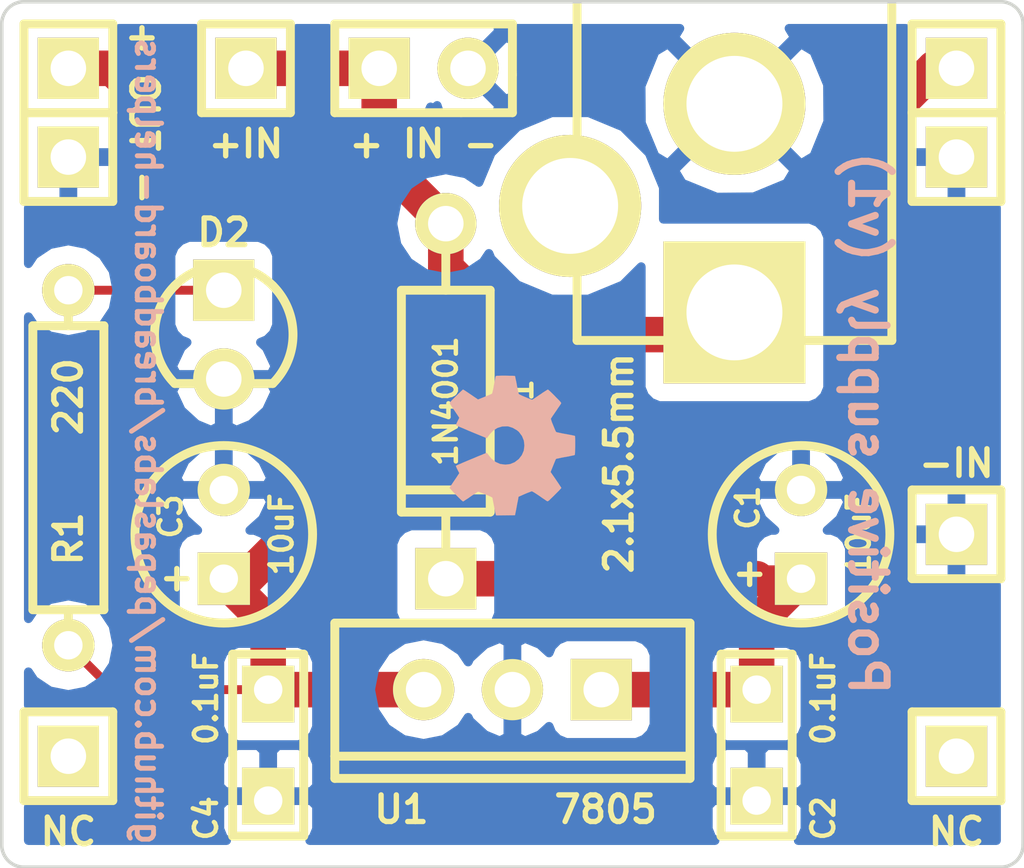
<source format=kicad_pcb>
(kicad_pcb (version 3) (host pcbnew "(22-Jun-2014 BZR 4027)-stable")

  (general
    (links 22)
    (no_connects 0)
    (area 235.800903 98.315779 275.812551 128.3462)
    (thickness 1.6)
    (drawings 16)
    (tracks 36)
    (zones 0)
    (modules 19)
    (nets 6)
  )

  (page A3)
  (layers
    (15 F.Cu signal hide)
    (0 B.Cu signal hide)
    (16 B.Adhes user)
    (17 F.Adhes user)
    (18 B.Paste user)
    (19 F.Paste user)
    (20 B.SilkS user)
    (21 F.SilkS user)
    (22 B.Mask user)
    (23 F.Mask user)
    (24 Dwgs.User user)
    (25 Cmts.User user)
    (26 Eco1.User user)
    (27 Eco2.User user)
    (28 Edge.Cuts user)
  )

  (setup
    (last_trace_width 0.254)
    (user_trace_width 0.508)
    (user_trace_width 0.762)
    (user_trace_width 1.016)
    (user_trace_width 1.27)
    (trace_clearance 0.254)
    (zone_clearance 0.508)
    (zone_45_only no)
    (trace_min 0.254)
    (segment_width 0.2)
    (edge_width 0.1)
    (via_size 0.889)
    (via_drill 0.635)
    (via_min_size 0.889)
    (via_min_drill 0.508)
    (uvia_size 0.508)
    (uvia_drill 0.127)
    (uvias_allowed no)
    (uvia_min_size 0.508)
    (uvia_min_drill 0.127)
    (pcb_text_width 0.3)
    (pcb_text_size 1.5 1.5)
    (mod_edge_width 0.15)
    (mod_text_size 1 1)
    (mod_text_width 0.15)
    (pad_size 1.5 1.5)
    (pad_drill 0.6)
    (pad_to_mask_clearance 0)
    (aux_axis_origin 0 0)
    (visible_elements FFFFFFBF)
    (pcbplotparams
      (layerselection 284196865)
      (usegerberextensions true)
      (excludeedgelayer true)
      (linewidth 0.150000)
      (plotframeref false)
      (viasonmask false)
      (mode 1)
      (useauxorigin false)
      (hpglpennumber 1)
      (hpglpenspeed 20)
      (hpglpendiameter 15)
      (hpglpenoverlay 2)
      (psnegative false)
      (psa4output false)
      (plotreference true)
      (plotvalue true)
      (plotothertext true)
      (plotinvisibletext false)
      (padsonsilk false)
      (subtractmaskfromsilk false)
      (outputformat 1)
      (mirror false)
      (drillshape 0)
      (scaleselection 1)
      (outputdirectory gerbers))
  )

  (net 0 "")
  (net 1 GND)
  (net 2 N-000002)
  (net 3 N-000003)
  (net 4 N-000006)
  (net 5 N-000008)

  (net_class Default "This is the default net class."
    (clearance 0.254)
    (trace_width 0.254)
    (via_dia 0.889)
    (via_drill 0.635)
    (uvia_dia 0.508)
    (uvia_drill 0.127)
    (add_net "")
    (add_net GND)
    (add_net N-000002)
    (add_net N-000003)
    (add_net N-000006)
    (add_net N-000008)
  )

  (module TO-220_V_069A (layer F.Cu) (tedit 59627E4D) (tstamp 5962732B)
    (at 260.35 123.19 180)
    (descr "TO-220, vertical, 0.04\" holes, 0.069\" pads")
    (tags "TR TO220")
    (path /59626D5F)
    (fp_text reference U1 (at 5.715 -3.429 180) (layer F.SilkS)
      (effects (font (size 0.762 0.762) (thickness 0.1524)))
    )
    (fp_text value 7805 (at -0.127 -3.429 180) (layer F.SilkS)
      (effects (font (size 0.762 0.762) (thickness 0.1524)))
    )
    (fp_line (start -2.54 -1.905) (end -2.54 -2.54) (layer F.SilkS) (width 0.254))
    (fp_line (start -2.54 -2.54) (end 7.62 -2.54) (layer F.SilkS) (width 0.254))
    (fp_line (start 7.62 -2.54) (end 7.62 -1.905) (layer F.SilkS) (width 0.254))
    (fp_line (start -2.54 1.905) (end -2.54 -1.905) (layer F.SilkS) (width 0.254))
    (fp_line (start -2.54 -1.905) (end 7.62 -1.905) (layer F.SilkS) (width 0.254))
    (fp_line (start 7.62 -1.905) (end 7.62 1.905) (layer F.SilkS) (width 0.254))
    (fp_line (start 7.62 1.905) (end -2.54 1.905) (layer F.SilkS) (width 0.254))
    (pad 1 thru_hole rect (at 0 0 270) (size 1.7526 1.7526) (drill 1.016)
      (layers *.Cu *.Mask F.SilkS)
      (net 5 N-000008)
    )
    (pad 2 thru_hole oval (at 2.54 0 270) (size 1.7526 1.7526) (drill 1.016)
      (layers *.Cu *.Mask F.SilkS)
      (net 1 GND)
    )
    (pad 3 thru_hole oval (at 5.08 0 270) (size 1.7526 1.7526) (drill 1.016)
      (layers *.Cu *.Mask F.SilkS)
      (net 3 N-000003)
    )
  )

  (module SIL-2 (layer F.Cu) (tedit 5920FFF1) (tstamp 59627335)
    (at 254 105.41)
    (descr "Connecteurs 1 pin")
    (tags "CONN DEV")
    (path /59626D8C)
    (fp_text reference P1 (at 1.27 2.54) (layer F.SilkS) hide
      (effects (font (size 0.762 0.762) (thickness 0.1524)))
    )
    (fp_text value CONN_2X1 (at 1.27 -2.54) (layer F.SilkS) hide
      (effects (font (size 0.762 0.762) (thickness 0.1524)))
    )
    (fp_line (start -1.27 -1.27) (end 3.81 -1.27) (layer F.SilkS) (width 0.254))
    (fp_line (start 3.81 -1.27) (end 3.81 1.27) (layer F.SilkS) (width 0.254))
    (fp_line (start 3.81 1.27) (end -1.27 1.27) (layer F.SilkS) (width 0.254))
    (fp_line (start -1.27 1.27) (end -1.27 -1.27) (layer F.SilkS) (width 0.254))
    (pad 1 thru_hole rect (at 0 0) (size 1.7526 1.7526) (drill 1.016)
      (layers *.Cu *.Mask F.SilkS)
      (net 4 N-000006)
    )
    (pad 2 thru_hole circle (at 2.54 0) (size 1.7526 1.7526) (drill 1.016)
      (layers *.Cu *.Mask F.SilkS)
      (net 1 GND)
    )
  )

  (module SIL-1 (layer F.Cu) (tedit 5920FF53) (tstamp 5962733E)
    (at 250.19 105.41)
    (descr "Connecteurs 1 pin")
    (tags "CONN DEV")
    (path /59626F39)
    (fp_text reference P2 (at 0 2.54) (layer F.SilkS) hide
      (effects (font (size 0.762 0.762) (thickness 0.1524)))
    )
    (fp_text value CONN_1X1 (at 0 -2.54) (layer F.SilkS) hide
      (effects (font (size 0.762 0.762) (thickness 0.1524)))
    )
    (fp_line (start -1.27 1.27) (end 1.27 1.27) (layer F.SilkS) (width 0.254))
    (fp_line (start -1.27 -1.27) (end 1.27 -1.27) (layer F.SilkS) (width 0.254))
    (fp_line (start -1.27 1.27) (end -1.27 -1.27) (layer F.SilkS) (width 0.254))
    (fp_line (start 1.27 -1.27) (end 1.27 1.27) (layer F.SilkS) (width 0.254))
    (pad 1 thru_hole rect (at 0 0) (size 1.7526 1.7526) (drill 1.016)
      (layers *.Cu *.Mask F.SilkS)
      (net 4 N-000006)
    )
  )

  (module SIL-1 (layer F.Cu) (tedit 5920FF53) (tstamp 59627347)
    (at 270.51 118.745)
    (descr "Connecteurs 1 pin")
    (tags "CONN DEV")
    (path /59626F48)
    (fp_text reference P3 (at 0 2.54) (layer F.SilkS) hide
      (effects (font (size 0.762 0.762) (thickness 0.1524)))
    )
    (fp_text value CONN_1X1 (at 0 -2.54) (layer F.SilkS) hide
      (effects (font (size 0.762 0.762) (thickness 0.1524)))
    )
    (fp_line (start -1.27 1.27) (end 1.27 1.27) (layer F.SilkS) (width 0.254))
    (fp_line (start -1.27 -1.27) (end 1.27 -1.27) (layer F.SilkS) (width 0.254))
    (fp_line (start -1.27 1.27) (end -1.27 -1.27) (layer F.SilkS) (width 0.254))
    (fp_line (start 1.27 -1.27) (end 1.27 1.27) (layer F.SilkS) (width 0.254))
    (pad 1 thru_hole rect (at 0 0) (size 1.7526 1.7526) (drill 1.016)
      (layers *.Cu *.Mask F.SilkS)
      (net 1 GND)
    )
  )

  (module SIL-1 (layer F.Cu) (tedit 5920FF53) (tstamp 59627350)
    (at 245.11 105.41)
    (descr "Connecteurs 1 pin")
    (tags "CONN DEV")
    (path /596271AF)
    (fp_text reference P4 (at 0 2.54) (layer F.SilkS) hide
      (effects (font (size 0.762 0.762) (thickness 0.1524)))
    )
    (fp_text value CONN_1X1 (at 0 -2.54) (layer F.SilkS) hide
      (effects (font (size 0.762 0.762) (thickness 0.1524)))
    )
    (fp_line (start -1.27 1.27) (end 1.27 1.27) (layer F.SilkS) (width 0.254))
    (fp_line (start -1.27 -1.27) (end 1.27 -1.27) (layer F.SilkS) (width 0.254))
    (fp_line (start -1.27 1.27) (end -1.27 -1.27) (layer F.SilkS) (width 0.254))
    (fp_line (start 1.27 -1.27) (end 1.27 1.27) (layer F.SilkS) (width 0.254))
    (pad 1 thru_hole rect (at 0 0) (size 1.7526 1.7526) (drill 1.016)
      (layers *.Cu *.Mask F.SilkS)
      (net 3 N-000003)
    )
  )

  (module SIL-1 (layer F.Cu) (tedit 5920FF53) (tstamp 59627359)
    (at 245.11 107.95)
    (descr "Connecteurs 1 pin")
    (tags "CONN DEV")
    (path /596271B5)
    (fp_text reference P5 (at 0 2.54) (layer F.SilkS) hide
      (effects (font (size 0.762 0.762) (thickness 0.1524)))
    )
    (fp_text value CONN_1X1 (at 0 -2.54) (layer F.SilkS) hide
      (effects (font (size 0.762 0.762) (thickness 0.1524)))
    )
    (fp_line (start -1.27 1.27) (end 1.27 1.27) (layer F.SilkS) (width 0.254))
    (fp_line (start -1.27 -1.27) (end 1.27 -1.27) (layer F.SilkS) (width 0.254))
    (fp_line (start -1.27 1.27) (end -1.27 -1.27) (layer F.SilkS) (width 0.254))
    (fp_line (start 1.27 -1.27) (end 1.27 1.27) (layer F.SilkS) (width 0.254))
    (pad 1 thru_hole rect (at 0 0) (size 1.7526 1.7526) (drill 1.016)
      (layers *.Cu *.Mask F.SilkS)
      (net 1 GND)
    )
  )

  (module SIL-1 (layer F.Cu) (tedit 5920FF53) (tstamp 59627362)
    (at 245.11 125.095)
    (descr "Connecteurs 1 pin")
    (tags "CONN DEV")
    (path /59627215)
    (fp_text reference P6 (at 0 2.54) (layer F.SilkS) hide
      (effects (font (size 0.762 0.762) (thickness 0.1524)))
    )
    (fp_text value CONN_1X1 (at 0 -2.54) (layer F.SilkS) hide
      (effects (font (size 0.762 0.762) (thickness 0.1524)))
    )
    (fp_line (start -1.27 1.27) (end 1.27 1.27) (layer F.SilkS) (width 0.254))
    (fp_line (start -1.27 -1.27) (end 1.27 -1.27) (layer F.SilkS) (width 0.254))
    (fp_line (start -1.27 1.27) (end -1.27 -1.27) (layer F.SilkS) (width 0.254))
    (fp_line (start 1.27 -1.27) (end 1.27 1.27) (layer F.SilkS) (width 0.254))
    (pad 1 thru_hole rect (at 0 0) (size 1.7526 1.7526) (drill 1.016)
      (layers *.Cu *.Mask F.SilkS)
    )
  )

  (module SIL-1 (layer F.Cu) (tedit 5920FF53) (tstamp 5962736B)
    (at 270.51 125.095)
    (descr "Connecteurs 1 pin")
    (tags "CONN DEV")
    (path /5962721B)
    (fp_text reference P7 (at 0 2.54) (layer F.SilkS) hide
      (effects (font (size 0.762 0.762) (thickness 0.1524)))
    )
    (fp_text value CONN_1X1 (at 0 -2.54) (layer F.SilkS) hide
      (effects (font (size 0.762 0.762) (thickness 0.1524)))
    )
    (fp_line (start -1.27 1.27) (end 1.27 1.27) (layer F.SilkS) (width 0.254))
    (fp_line (start -1.27 -1.27) (end 1.27 -1.27) (layer F.SilkS) (width 0.254))
    (fp_line (start -1.27 1.27) (end -1.27 -1.27) (layer F.SilkS) (width 0.254))
    (fp_line (start 1.27 -1.27) (end 1.27 1.27) (layer F.SilkS) (width 0.254))
    (pad 1 thru_hole rect (at 0 0) (size 1.7526 1.7526) (drill 1.016)
      (layers *.Cu *.Mask F.SilkS)
    )
  )

  (module R_AXIAL_0W25_059A_PL (layer F.Cu) (tedit 53A245D9) (tstamp 59627378)
    (at 245.11 121.92 90)
    (descr "Resistor Axial 1/4W 0.4\"")
    (tags R)
    (path /5962713E)
    (autoplace_cost180 10)
    (fp_text reference R1 (at 3.048 0 90) (layer F.SilkS)
      (effects (font (size 0.762 0.762) (thickness 0.1524)))
    )
    (fp_text value 220 (at 7.112 0 90) (layer F.SilkS)
      (effects (font (size 0.762 0.762) (thickness 0.1524)))
    )
    (fp_line (start 0 0) (end 1.016 0) (layer F.SilkS) (width 0.254))
    (fp_line (start 1.016 0) (end 1.016 -1.016) (layer F.SilkS) (width 0.254))
    (fp_line (start 1.016 -1.016) (end 9.144 -1.016) (layer F.SilkS) (width 0.254))
    (fp_line (start 9.144 -1.016) (end 9.144 1.016) (layer F.SilkS) (width 0.254))
    (fp_line (start 9.144 1.016) (end 1.016 1.016) (layer F.SilkS) (width 0.254))
    (fp_line (start 1.016 1.016) (end 1.016 0) (layer F.SilkS) (width 0.254))
    (fp_line (start 10.16 0) (end 9.144 0) (layer F.SilkS) (width 0.254))
    (pad 1 thru_hole oval (at 0 0 90) (size 1.4986 1.4986) (drill 0.8128)
      (layers *.Cu *.Mask F.SilkS)
      (net 3 N-000003)
    )
    (pad 2 thru_hole oval (at 10.16 0 90) (size 1.4986 1.4986) (drill 0.8128)
      (layers *.Cu *.Mask F.SilkS)
      (net 2 N-000002)
    )
    (model discret/resistor.wrl
      (at (xyz 0 0 0))
      (scale (xyz 0.4 0.4 0.4))
      (rotate (xyz 0 0 0))
    )
  )

  (module LED_3MM_069A (layer F.Cu) (tedit 59627EA9) (tstamp 5962739A)
    (at 249.555 111.76 270)
    (descr "3MM LED")
    (tags "LED DEV")
    (path /5962712F)
    (fp_text reference D2 (at -1.651 0 360) (layer F.SilkS)
      (effects (font (size 0.762 0.762) (thickness 0.1524)))
    )
    (fp_text value LED (at 1.27 2.794 270) (layer F.SilkS) hide
      (effects (font (size 0.762 0.762) (thickness 0.1524)))
    )
    (fp_line (start 2.67 -1.4) (end 2.67 1.4) (layer F.SilkS) (width 0.254))
    (fp_arc (start 1.27 0) (end 2.67 1.4) (angle 90) (layer F.SilkS) (width 0.254))
    (fp_arc (start 1.27 0) (end -0.13 1.4) (angle 90) (layer F.SilkS) (width 0.254))
    (fp_arc (start 1.27 0) (end -0.13 -1.4) (angle 90) (layer F.SilkS) (width 0.254))
    (pad 1 thru_hole rect (at 0 0 270) (size 1.7526 1.7526) (drill 1.016)
      (layers *.Cu *.Mask F.SilkS)
      (net 2 N-000002)
    )
    (pad 2 thru_hole oval (at 2.54 0 270) (size 1.7526 1.7526) (drill 1.016)
      (layers *.Cu *.Mask F.SilkS)
      (net 1 GND)
    )
    (model discret/led5_vertical.wrl
      (at (xyz 0 0 0))
      (scale (xyz 1 1 1))
      (rotate (xyz 0 0 0))
    )
  )

  (module DIODE_1A_069A_PL (layer F.Cu) (tedit 59627EA1) (tstamp 596273A7)
    (at 255.905 114.935 270)
    (descr "1 Amp diode, 0.4\"")
    (tags "DIODE DEV")
    (path /59626DA5)
    (fp_text reference D1 (at 0 -2.159 270) (layer F.SilkS)
      (effects (font (size 0.635 0.635) (thickness 0.127)))
    )
    (fp_text value 1N4001 (at 0 0 270) (layer F.SilkS)
      (effects (font (size 0.635 0.635) (thickness 0.127)))
    )
    (fp_line (start -5.08 0) (end -3.175 0) (layer F.SilkS) (width 0.254))
    (fp_line (start 3.175 0) (end 5.08 0) (layer F.SilkS) (width 0.254))
    (fp_line (start 2.54 -1.27) (end 2.54 1.27) (layer F.SilkS) (width 0.254))
    (fp_line (start -3.175 1.27) (end 3.175 1.27) (layer F.SilkS) (width 0.254))
    (fp_line (start -3.175 -1.27) (end -3.175 1.27) (layer F.SilkS) (width 0.254))
    (fp_line (start 3.175 -1.27) (end 3.175 1.27) (layer F.SilkS) (width 0.254))
    (fp_line (start -3.175 -1.27) (end 3.175 -1.27) (layer F.SilkS) (width 0.254))
    (pad 2 thru_hole rect (at 5.08 0 270) (size 1.7526 1.7526) (drill 1.016)
      (layers *.Cu *.Mask F.SilkS)
      (net 5 N-000008)
    )
    (pad 1 thru_hole oval (at -5.08 0 270) (size 1.7526 1.7526) (drill 1.016)
      (layers *.Cu *.Mask F.SilkS)
      (net 4 N-000006)
    )
    (model discret/diode.wrl
      (at (xyz 0 0 0))
      (scale (xyz 0.3 0.3 0.3))
      (rotate (xyz 0 0 0))
    )
  )

  (module CERCAP_15_059B_0805 (layer F.Cu) (tedit 59627E5E) (tstamp 596273B1)
    (at 264.795 123.19 270)
    (descr "Capacitor, 0.2\" pin spacing")
    (tags C)
    (path /5962705D)
    (fp_text reference C2 (at 3.683 -1.905 270) (layer F.SilkS)
      (effects (font (size 0.635 0.635) (thickness 0.127)))
    )
    (fp_text value 0.1uF (at 0.254 -1.905 270) (layer F.SilkS)
      (effects (font (size 0.635 0.635) (thickness 0.127)))
    )
    (fp_line (start -1.016 1.016) (end 4.191 1.016) (layer F.SilkS) (width 0.254))
    (fp_line (start -1.016 -1.016) (end 4.191 -1.016) (layer F.SilkS) (width 0.254))
    (fp_line (start 4.191 -1.016) (end 4.191 1.016) (layer F.SilkS) (width 0.254))
    (fp_line (start -1.016 1.016) (end -1.016 -1.016) (layer F.SilkS) (width 0.254))
    (pad 1 thru_hole rect (at 0 0 270) (size 1.6256 1.4986) (drill 0.8128 (offset 0.127 0))
      (layers *.Cu *.Mask F.SilkS)
      (net 5 N-000008)
    )
    (pad 2 thru_hole rect (at 3.175 0 270) (size 1.6256 1.4986) (drill 0.8128 (offset -0.127 0))
      (layers *.Cu *.Mask F.SilkS)
      (net 1 GND)
    )
    (model discret/capa_2pas_5x5mm.wrl
      (at (xyz 0 0 0))
      (scale (xyz 1 1 1))
      (rotate (xyz 0 0 0))
    )
  )

  (module CERCAP_15_059B_0805 (layer F.Cu) (tedit 59627E58) (tstamp 596273BB)
    (at 250.825 123.19 270)
    (descr "Capacitor, 0.2\" pin spacing")
    (tags C)
    (path /596270A5)
    (fp_text reference C4 (at 3.683 1.778 270) (layer F.SilkS)
      (effects (font (size 0.635 0.635) (thickness 0.127)))
    )
    (fp_text value 0.1uF (at 0.254 1.778 270) (layer F.SilkS)
      (effects (font (size 0.635 0.635) (thickness 0.127)))
    )
    (fp_line (start -1.016 1.016) (end 4.191 1.016) (layer F.SilkS) (width 0.254))
    (fp_line (start -1.016 -1.016) (end 4.191 -1.016) (layer F.SilkS) (width 0.254))
    (fp_line (start 4.191 -1.016) (end 4.191 1.016) (layer F.SilkS) (width 0.254))
    (fp_line (start -1.016 1.016) (end -1.016 -1.016) (layer F.SilkS) (width 0.254))
    (pad 1 thru_hole rect (at 0 0 270) (size 1.6256 1.4986) (drill 0.8128 (offset 0.127 0))
      (layers *.Cu *.Mask F.SilkS)
      (net 3 N-000003)
    )
    (pad 2 thru_hole rect (at 3.175 0 270) (size 1.6256 1.4986) (drill 0.8128 (offset -0.127 0))
      (layers *.Cu *.Mask F.SilkS)
      (net 1 GND)
    )
    (model discret/capa_2pas_5x5mm.wrl
      (at (xyz 0 0 0))
      (scale (xyz 1 1 1))
      (rotate (xyz 0 0 0))
    )
  )

  (module BARREL_JACK_21x55 (layer F.Cu) (tedit 59628F28) (tstamp 596273C8)
    (at 264.16 112.395 270)
    (descr "DC Barrel Jack, 2.1x5.5mm")
    (tags "Power Jack")
    (path /59626D7D)
    (fp_text reference CON1 (at -12.7 2.54 360) (layer F.SilkS)
      (effects (font (size 0.762 0.762) (thickness 0.1524)))
    )
    (fp_text value BARREL_JACK (at -4.75 -3.5 270) (layer F.SilkS) hide
      (effects (font (size 1.016 1.016) (thickness 0.2032)))
    )
    (fp_text user 2.1x5.5mm (at 4.318 3.302 270) (layer F.SilkS)
      (effects (font (size 0.762 0.762) (thickness 0.1524)))
    )
    (fp_line (start -10.1981 -4.50088) (end -10.1981 4.50088) (layer F.SilkS) (width 0.254))
    (fp_line (start -13.69822 -4.50088) (end -13.69822 4.50088) (layer F.SilkS) (width 0.254))
    (fp_line (start -13.69822 4.50088) (end 0.80264 4.50088) (layer F.SilkS) (width 0.254))
    (fp_line (start 0.80264 4.50088) (end 0.80264 -4.50088) (layer F.SilkS) (width 0.254))
    (fp_line (start 0.80264 -4.50088) (end -13.69822 -4.50088) (layer F.SilkS) (width 0.254))
    (pad 1 thru_hole rect (at 0 0 270) (size 4.064 4.064) (drill 2.7432)
      (layers *.Cu *.Mask F.SilkS)
      (net 4 N-000006)
    )
    (pad 2 thru_hole circle (at -5.969 0 270) (size 4.064 4.064) (drill 2.7432)
      (layers *.Cu *.Mask F.SilkS)
      (net 1 GND)
    )
    (pad 3 thru_hole circle (at -3.048 4.699 270) (size 4.064 4.064) (drill 2.7432)
      (layers *.Cu *.Mask F.SilkS)
    )
  )

  (module SIL-1 (layer F.Cu) (tedit 5920FF53) (tstamp 596275D5)
    (at 270.51 105.41)
    (descr "Connecteurs 1 pin")
    (tags "CONN DEV")
    (path /59627594)
    (fp_text reference P8 (at 0 2.54) (layer F.SilkS) hide
      (effects (font (size 0.762 0.762) (thickness 0.1524)))
    )
    (fp_text value CONN_1X1 (at 0 -2.54) (layer F.SilkS) hide
      (effects (font (size 0.762 0.762) (thickness 0.1524)))
    )
    (fp_line (start -1.27 1.27) (end 1.27 1.27) (layer F.SilkS) (width 0.254))
    (fp_line (start -1.27 -1.27) (end 1.27 -1.27) (layer F.SilkS) (width 0.254))
    (fp_line (start -1.27 1.27) (end -1.27 -1.27) (layer F.SilkS) (width 0.254))
    (fp_line (start 1.27 -1.27) (end 1.27 1.27) (layer F.SilkS) (width 0.254))
    (pad 1 thru_hole rect (at 0 0) (size 1.7526 1.7526) (drill 1.016)
      (layers *.Cu *.Mask F.SilkS)
      (net 3 N-000003)
    )
  )

  (module SIL-1 (layer F.Cu) (tedit 5920FF53) (tstamp 596275DE)
    (at 270.51 107.95)
    (descr "Connecteurs 1 pin")
    (tags "CONN DEV")
    (path /596275BE)
    (fp_text reference P9 (at 0 2.54) (layer F.SilkS) hide
      (effects (font (size 0.762 0.762) (thickness 0.1524)))
    )
    (fp_text value CONN_1X1 (at 0 -2.54) (layer F.SilkS) hide
      (effects (font (size 0.762 0.762) (thickness 0.1524)))
    )
    (fp_line (start -1.27 1.27) (end 1.27 1.27) (layer F.SilkS) (width 0.254))
    (fp_line (start -1.27 -1.27) (end 1.27 -1.27) (layer F.SilkS) (width 0.254))
    (fp_line (start -1.27 1.27) (end -1.27 -1.27) (layer F.SilkS) (width 0.254))
    (fp_line (start 1.27 -1.27) (end 1.27 1.27) (layer F.SilkS) (width 0.254))
    (pad 1 thru_hole rect (at 0 0) (size 1.7526 1.7526) (drill 1.016)
      (layers *.Cu *.Mask F.SilkS)
      (net 1 GND)
    )
  )

  (module ELCAP_10_20_V_059A (layer F.Cu) (tedit 59627E6B) (tstamp 59627788)
    (at 266.065 120.015 90)
    (descr "Electrolytic Capacitor, vertical, 0.1\" pins, 0.2\" body")
    (tags CP)
    (path /59626F73)
    (fp_text reference C1 (at 2.032 -1.524 90) (layer F.SilkS)
      (effects (font (size 0.635 0.635) (thickness 0.127)))
    )
    (fp_text value 10uF (at 1.27 1.651 90) (layer F.SilkS)
      (effects (font (size 0.635 0.635) (thickness 0.127)))
    )
    (fp_text user + (at 0.127 -1.524 90) (layer F.SilkS)
      (effects (font (size 0.762 0.762) (thickness 0.1524)))
    )
    (fp_circle (center 1.27 0) (end 3.81 0) (layer F.SilkS) (width 0.254))
    (pad 1 thru_hole rect (at 0 0 90) (size 1.4986 1.4986) (drill 0.8128)
      (layers *.Cu *.Mask F.SilkS)
      (net 5 N-000008)
    )
    (pad 2 thru_hole oval (at 2.54 0 90) (size 1.4986 1.4986) (drill 0.8128)
      (layers *.Cu *.Mask F.SilkS)
      (net 1 GND)
    )
    (model discret/c_vert_c2v10.wrl
      (at (xyz 0 0 0))
      (scale (xyz 1 1 1))
      (rotate (xyz 0 0 0))
    )
  )

  (module ELCAP_10_20_V_059A (layer F.Cu) (tedit 59627E45) (tstamp 59627790)
    (at 249.555 120.015 90)
    (descr "Electrolytic Capacitor, vertical, 0.1\" pins, 0.2\" body")
    (tags CP)
    (path /5962709F)
    (fp_text reference C3 (at 1.778 -1.524 90) (layer F.SilkS)
      (effects (font (size 0.635 0.635) (thickness 0.127)))
    )
    (fp_text value 10uF (at 1.27 1.651 90) (layer F.SilkS)
      (effects (font (size 0.635 0.635) (thickness 0.127)))
    )
    (fp_text user + (at 0 -1.397 90) (layer F.SilkS)
      (effects (font (size 0.762 0.762) (thickness 0.1524)))
    )
    (fp_circle (center 1.27 0) (end 3.81 0) (layer F.SilkS) (width 0.254))
    (pad 1 thru_hole rect (at 0 0 90) (size 1.4986 1.4986) (drill 0.8128)
      (layers *.Cu *.Mask F.SilkS)
      (net 3 N-000003)
    )
    (pad 2 thru_hole oval (at 2.54 0 90) (size 1.4986 1.4986) (drill 0.8128)
      (layers *.Cu *.Mask F.SilkS)
      (net 1 GND)
    )
    (model discret/c_vert_c2v10.wrl
      (at (xyz 0 0 0))
      (scale (xyz 1 1 1))
      (rotate (xyz 0 0 0))
    )
  )

  (module OSHW-logo_silkscreen-back_4mm (layer F.Cu) (tedit 0) (tstamp 596286ED)
    (at 257.81 116.205 270)
    (fp_text reference G*** (at 0 2.1209 270) (layer B.SilkS) hide
      (effects (font (size 0.18034 0.18034) (thickness 0.03556)))
    )
    (fp_text value OSHW-logo_silkscreen-back_4mm (at 0 -2.1209 270) (layer B.SilkS) hide
      (effects (font (size 0.18034 0.18034) (thickness 0.03556)))
    )
    (fp_poly (pts (xy 1.21158 1.79578) (xy 1.19126 1.78562) (xy 1.143 1.75514) (xy 1.07696 1.71196)
      (xy 0.99822 1.65862) (xy 0.91948 1.60528) (xy 0.85344 1.5621) (xy 0.80772 1.53162)
      (xy 0.78994 1.52146) (xy 0.77978 1.524) (xy 0.74168 1.54432) (xy 0.6858 1.57226)
      (xy 0.65532 1.5875) (xy 0.60452 1.61036) (xy 0.57912 1.61544) (xy 0.57658 1.60782)
      (xy 0.55626 1.56972) (xy 0.52832 1.50368) (xy 0.49022 1.41732) (xy 0.44704 1.31572)
      (xy 0.40132 1.2065) (xy 0.3556 1.09474) (xy 0.30988 0.98806) (xy 0.27178 0.89154)
      (xy 0.23876 0.81534) (xy 0.21844 0.75946) (xy 0.21082 0.7366) (xy 0.21336 0.73152)
      (xy 0.23876 0.70866) (xy 0.28194 0.67564) (xy 0.37846 0.5969) (xy 0.4699 0.48006)
      (xy 0.52832 0.34798) (xy 0.5461 0.20066) (xy 0.53086 0.06604) (xy 0.47752 -0.0635)
      (xy 0.38608 -0.18288) (xy 0.27432 -0.26924) (xy 0.14478 -0.32512) (xy 0 -0.3429)
      (xy -0.1397 -0.32766) (xy -0.27178 -0.27432) (xy -0.39116 -0.18542) (xy -0.43942 -0.127)
      (xy -0.508 -0.00762) (xy -0.54864 0.11938) (xy -0.55118 0.14986) (xy -0.5461 0.2921)
      (xy -0.50546 0.42672) (xy -0.4318 0.5461) (xy -0.32766 0.64516) (xy -0.31496 0.65532)
      (xy -0.2667 0.69088) (xy -0.23622 0.71374) (xy -0.21082 0.73406) (xy -0.38862 1.16586)
      (xy -0.41656 1.23444) (xy -0.46736 1.35128) (xy -0.51054 1.45288) (xy -0.54356 1.53416)
      (xy -0.56896 1.5875) (xy -0.57912 1.61036) (xy -0.57912 1.61036) (xy -0.59436 1.6129)
      (xy -0.62738 1.6002) (xy -0.68834 1.57226) (xy -0.72898 1.55194) (xy -0.7747 1.52908)
      (xy -0.79502 1.52146) (xy -0.8128 1.53162) (xy -0.85598 1.55956) (xy -0.91948 1.60274)
      (xy -0.99568 1.65354) (xy -1.06934 1.70434) (xy -1.13792 1.75006) (xy -1.18618 1.78054)
      (xy -1.21158 1.79324) (xy -1.21412 1.79324) (xy -1.23444 1.78054) (xy -1.27508 1.75006)
      (xy -1.3335 1.69418) (xy -1.41478 1.6129) (xy -1.42748 1.6002) (xy -1.49606 1.52908)
      (xy -1.55194 1.47066) (xy -1.59004 1.43002) (xy -1.60274 1.41224) (xy -1.60274 1.41224)
      (xy -1.59004 1.38684) (xy -1.55956 1.33858) (xy -1.51384 1.27) (xy -1.4605 1.19126)
      (xy -1.31826 0.98298) (xy -1.397 0.7874) (xy -1.41986 0.72898) (xy -1.45034 0.65532)
      (xy -1.4732 0.60452) (xy -1.4859 0.58166) (xy -1.50622 0.57404) (xy -1.55956 0.56134)
      (xy -1.6383 0.54356) (xy -1.72974 0.52832) (xy -1.81864 0.51054) (xy -1.89738 0.4953)
      (xy -1.9558 0.48514) (xy -1.9812 0.48006) (xy -1.98628 0.47498) (xy -1.99136 0.46228)
      (xy -1.99644 0.43688) (xy -1.99644 0.38862) (xy -1.99898 0.31242) (xy -1.99898 0.20066)
      (xy -1.99898 0.1905) (xy -1.99644 0.08382) (xy -1.99644 0) (xy -1.9939 -0.05334)
      (xy -1.98882 -0.07366) (xy -1.98882 -0.07366) (xy -1.96342 -0.08128) (xy -1.90754 -0.09144)
      (xy -1.8288 -0.10922) (xy -1.73228 -0.127) (xy -1.7272 -0.127) (xy -1.63322 -0.14478)
      (xy -1.55448 -0.16256) (xy -1.4986 -0.17526) (xy -1.47574 -0.18288) (xy -1.47066 -0.18796)
      (xy -1.45034 -0.22606) (xy -1.4224 -0.28448) (xy -1.39192 -0.3556) (xy -1.36144 -0.42926)
      (xy -1.3335 -0.49784) (xy -1.31572 -0.5461) (xy -1.31064 -0.56896) (xy -1.31064 -0.56896)
      (xy -1.32588 -0.59182) (xy -1.3589 -0.64262) (xy -1.40462 -0.70866) (xy -1.4605 -0.78994)
      (xy -1.46304 -0.79756) (xy -1.51892 -0.8763) (xy -1.5621 -0.94488) (xy -1.59258 -0.99314)
      (xy -1.60274 -1.01346) (xy -1.60274 -1.016) (xy -1.58496 -1.03886) (xy -1.54432 -1.08458)
      (xy -1.4859 -1.14554) (xy -1.41478 -1.21666) (xy -1.39192 -1.23698) (xy -1.31572 -1.31318)
      (xy -1.26238 -1.36398) (xy -1.22682 -1.38938) (xy -1.21158 -1.397) (xy -1.21158 -1.39446)
      (xy -1.18618 -1.38176) (xy -1.13538 -1.34874) (xy -1.0668 -1.30048) (xy -0.98552 -1.24714)
      (xy -0.98044 -1.24206) (xy -0.9017 -1.18872) (xy -0.83566 -1.143) (xy -0.7874 -1.11252)
      (xy -0.76708 -1.09982) (xy -0.762 -1.09982) (xy -0.73152 -1.10998) (xy -0.6731 -1.12776)
      (xy -0.60452 -1.1557) (xy -0.53086 -1.18618) (xy -0.46228 -1.21412) (xy -0.41148 -1.23698)
      (xy -0.38862 -1.24968) (xy -0.38862 -1.25222) (xy -0.37846 -1.28016) (xy -0.36576 -1.34112)
      (xy -0.34798 -1.4224) (xy -0.3302 -1.52146) (xy -0.32766 -1.5367) (xy -0.30988 -1.63068)
      (xy -0.29464 -1.70942) (xy -0.28194 -1.7653) (xy -0.27686 -1.78816) (xy -0.26416 -1.7907)
      (xy -0.2159 -1.79324) (xy -0.14478 -1.79578) (xy -0.05842 -1.79578) (xy 0.03048 -1.79578)
      (xy 0.11684 -1.79324) (xy 0.19304 -1.7907) (xy 0.24638 -1.78816) (xy 0.26924 -1.78308)
      (xy 0.27178 -1.78054) (xy 0.2794 -1.7526) (xy 0.2921 -1.69164) (xy 0.30988 -1.61036)
      (xy 0.32766 -1.5113) (xy 0.3302 -1.49352) (xy 0.34798 -1.39954) (xy 0.36576 -1.3208)
      (xy 0.37592 -1.26746) (xy 0.38354 -1.24714) (xy 0.39116 -1.24206) (xy 0.42926 -1.22428)
      (xy 0.49276 -1.19888) (xy 0.57404 -1.16586) (xy 0.75692 -1.0922) (xy 0.98044 -1.24714)
      (xy 1.00076 -1.25984) (xy 1.08204 -1.31572) (xy 1.14808 -1.3589) (xy 1.1938 -1.38938)
      (xy 1.21412 -1.39954) (xy 1.21412 -1.39954) (xy 1.23698 -1.37922) (xy 1.2827 -1.33858)
      (xy 1.34366 -1.27762) (xy 1.41224 -1.20904) (xy 1.46558 -1.1557) (xy 1.52654 -1.0922)
      (xy 1.56718 -1.05156) (xy 1.5875 -1.02362) (xy 1.59512 -1.00584) (xy 1.59258 -0.99568)
      (xy 1.57988 -0.97282) (xy 1.54686 -0.92456) (xy 1.50114 -0.85598) (xy 1.44526 -0.77724)
      (xy 1.39954 -0.70866) (xy 1.35128 -0.635) (xy 1.3208 -0.58166) (xy 1.3081 -0.55372)
      (xy 1.31064 -0.54356) (xy 1.32842 -0.50038) (xy 1.35382 -0.4318) (xy 1.38684 -0.35306)
      (xy 1.46558 -0.17526) (xy 1.58242 -0.15494) (xy 1.65354 -0.1397) (xy 1.7526 -0.12192)
      (xy 1.84658 -0.10414) (xy 1.9939 -0.07366) (xy 1.99898 0.46482) (xy 1.97612 0.47498)
      (xy 1.95326 0.4826) (xy 1.89992 0.49276) (xy 1.82118 0.508) (xy 1.72974 0.52578)
      (xy 1.651 0.54102) (xy 1.57226 0.55626) (xy 1.51638 0.56642) (xy 1.49098 0.5715)
      (xy 1.48336 0.58166) (xy 1.46304 0.61976) (xy 1.4351 0.68072) (xy 1.40462 0.75438)
      (xy 1.37414 0.82804) (xy 1.3462 0.89916) (xy 1.32588 0.9525) (xy 1.31826 0.98044)
      (xy 1.32842 1.00076) (xy 1.3589 1.04648) (xy 1.40208 1.11252) (xy 1.45542 1.19126)
      (xy 1.5113 1.27) (xy 1.55448 1.33858) (xy 1.5875 1.38684) (xy 1.6002 1.40716)
      (xy 1.59258 1.4224) (xy 1.5621 1.4605) (xy 1.50368 1.52146) (xy 1.41478 1.61036)
      (xy 1.39954 1.62306) (xy 1.33096 1.69164) (xy 1.27 1.74498) (xy 1.22936 1.78308)
      (xy 1.21158 1.79578)) (layer B.SilkS) (width 0.00254))
  )

  (gr_text "+ OUT -" (at 247.269 106.68 270) (layer F.SilkS)
    (effects (font (size 0.762 0.762) (thickness 0.1524)))
  )
  (gr_text NC (at 245.11 127.254) (layer F.SilkS)
    (effects (font (size 0.762 0.762) (thickness 0.1524)))
  )
  (gr_text NC (at 270.51 127.254) (layer F.SilkS)
    (effects (font (size 0.762 0.762) (thickness 0.1524)))
  )
  (gr_text -IN (at 270.51 116.713) (layer F.SilkS)
    (effects (font (size 0.762 0.762) (thickness 0.1524)))
  )
  (gr_text "+ IN -" (at 255.27 107.569) (layer F.SilkS)
    (effects (font (size 0.762 0.762) (thickness 0.1524)))
  )
  (gr_text +IN (at 250.19 107.569) (layer F.SilkS)
    (effects (font (size 0.762 0.762) (thickness 0.1524)))
  )
  (gr_text "Positive supply (v1)" (at 267.97 115.57 270) (layer B.SilkS)
    (effects (font (size 1.016 1.016) (thickness 0.2032)) (justify mirror))
  )
  (gr_text github.com/pepaslabs/breadboard-helpers (at 247.396 116.078 270) (layer B.SilkS)
    (effects (font (size 0.6985 0.6985) (thickness 0.1397)) (justify mirror))
  )
  (gr_line (start 243.205 127.635) (end 243.205 104.14) (angle 90) (layer Edge.Cuts) (width 0.1))
  (gr_line (start 271.78 128.27) (end 243.84 128.27) (angle 90) (layer Edge.Cuts) (width 0.1))
  (gr_line (start 272.415 104.14) (end 272.415 127.635) (angle 90) (layer Edge.Cuts) (width 0.1))
  (gr_line (start 243.84 103.505) (end 271.78 103.505) (angle 90) (layer Edge.Cuts) (width 0.1))
  (gr_arc (start 271.78 127.635) (end 272.415 127.635) (angle 90) (layer Edge.Cuts) (width 0.1))
  (gr_arc (start 243.84 127.635) (end 243.84 128.27) (angle 90) (layer Edge.Cuts) (width 0.1))
  (gr_arc (start 271.78 104.14) (end 271.78 103.505) (angle 90) (layer Edge.Cuts) (width 0.1))
  (gr_arc (start 243.84 104.14) (end 243.205 104.14) (angle 90) (layer Edge.Cuts) (width 0.1))

  (segment (start 245.11 111.76) (end 249.555 111.76) (width 0.254) (layer F.Cu) (net 2))
  (segment (start 270.51 105.41) (end 269.875 105.41) (width 1.016) (layer F.Cu) (net 3))
  (segment (start 253.365 115.57) (end 252.095 116.84) (width 1.016) (layer F.Cu) (net 3) (tstamp 59628764))
  (segment (start 254 115.57) (end 253.365 115.57) (width 1.016) (layer F.Cu) (net 3) (tstamp 59628763))
  (segment (start 254.635 115.57) (end 254 115.57) (width 1.016) (layer F.Cu) (net 3) (tstamp 59628762))
  (segment (start 267.335 115.57) (end 254.635 115.57) (width 1.016) (layer F.Cu) (net 3) (tstamp 59628761))
  (segment (start 267.97 114.935) (end 267.335 115.57) (width 1.016) (layer F.Cu) (net 3) (tstamp 59628760))
  (segment (start 267.97 107.315) (end 267.97 114.935) (width 1.016) (layer F.Cu) (net 3) (tstamp 5962875F))
  (segment (start 269.875 105.41) (end 267.97 107.315) (width 1.016) (layer F.Cu) (net 3) (tstamp 5962875E))
  (segment (start 245.11 105.41) (end 246.38 105.41) (width 1.016) (layer F.Cu) (net 3))
  (segment (start 250.19 120.015) (end 249.555 120.015) (width 1.016) (layer F.Cu) (net 3) (tstamp 5962875A))
  (segment (start 252.095 118.11) (end 250.19 120.015) (width 1.016) (layer F.Cu) (net 3) (tstamp 59628759))
  (segment (start 252.095 109.855) (end 252.095 116.84) (width 1.016) (layer F.Cu) (net 3) (tstamp 59628758))
  (segment (start 252.095 116.84) (end 252.095 118.11) (width 1.016) (layer F.Cu) (net 3) (tstamp 59628767))
  (segment (start 250.825 108.585) (end 252.095 109.855) (width 1.016) (layer F.Cu) (net 3) (tstamp 59628757))
  (segment (start 248.92 108.585) (end 250.825 108.585) (width 1.016) (layer F.Cu) (net 3) (tstamp 59628756))
  (segment (start 247.65 107.315) (end 248.92 108.585) (width 1.016) (layer F.Cu) (net 3) (tstamp 59628755))
  (segment (start 247.65 106.68) (end 247.65 107.315) (width 1.016) (layer F.Cu) (net 3) (tstamp 59628754))
  (segment (start 246.38 105.41) (end 247.65 106.68) (width 1.016) (layer F.Cu) (net 3) (tstamp 59628753))
  (segment (start 250.825 123.19) (end 250.825 121.285) (width 1.016) (layer F.Cu) (net 3))
  (segment (start 250.825 121.285) (end 249.555 120.015) (width 1.016) (layer F.Cu) (net 3) (tstamp 59628723))
  (segment (start 250.825 123.19) (end 246.38 123.19) (width 0.254) (layer F.Cu) (net 3))
  (segment (start 246.38 123.19) (end 245.11 121.92) (width 0.254) (layer F.Cu) (net 3) (tstamp 59627BFB))
  (segment (start 255.27 123.19) (end 250.825 123.19) (width 1.016) (layer F.Cu) (net 3))
  (segment (start 255.905 109.855) (end 255.905 111.125) (width 1.016) (layer F.Cu) (net 4))
  (segment (start 263.525 113.03) (end 264.16 112.395) (width 0.762) (layer F.Cu) (net 4) (tstamp 59627EFB))
  (segment (start 257.81 113.03) (end 263.525 113.03) (width 1.016) (layer F.Cu) (net 4) (tstamp 59627EF7))
  (segment (start 255.905 111.125) (end 257.81 113.03) (width 1.016) (layer F.Cu) (net 4) (tstamp 59627EF6))
  (segment (start 254 105.41) (end 254 107.95) (width 1.016) (layer F.Cu) (net 4))
  (segment (start 254 107.95) (end 255.905 109.855) (width 1.016) (layer F.Cu) (net 4) (tstamp 59627B28))
  (segment (start 254 105.41) (end 250.19 105.41) (width 1.016) (layer F.Cu) (net 4))
  (segment (start 264.795 123.19) (end 264.795 121.285) (width 1.016) (layer F.Cu) (net 5))
  (segment (start 264.795 121.285) (end 266.065 120.015) (width 1.016) (layer F.Cu) (net 5) (tstamp 5962874E))
  (segment (start 266.065 120.015) (end 264.795 120.015) (width 0.762) (layer F.Cu) (net 5))
  (segment (start 264.795 120.015) (end 255.905 120.015) (width 1.016) (layer F.Cu) (net 5))
  (segment (start 260.35 123.19) (end 264.795 123.19) (width 1.016) (layer F.Cu) (net 5))

  (zone (net 1) (net_name GND) (layer B.Cu) (tstamp 59627D0E) (hatch edge 0.508)
    (connect_pads (clearance 0.508))
    (min_thickness 0.254)
    (fill (arc_segments 16) (thermal_gap 0.508) (thermal_bridge_width 0.508))
    (polygon
      (pts
        (xy 271.78 127.635) (xy 243.84 127.635) (xy 243.84 104.14) (xy 271.78 104.14)
      )
    )
    (filled_polygon
      (pts
        (xy 271.653 127.508) (xy 267.44941 127.508) (xy 267.44941 120.638545) (xy 267.44941 119.139945) (xy 267.352941 118.906471)
        (xy 267.174468 118.727687) (xy 266.941164 118.630811) (xy 266.810457 118.630696) (xy 267.173984 118.303535) (xy 267.406634 117.816077)
        (xy 267.406634 117.133923) (xy 267.173984 116.646465) (xy 266.830877 116.33768) (xy 266.830877 106.936612) (xy 266.822972 105.875644)
        (xy 266.432166 104.932155) (xy 266.05812 104.707485) (xy 264.339605 106.426) (xy 266.05812 108.144515) (xy 266.432166 107.919845)
        (xy 266.830877 106.936612) (xy 266.830877 116.33768) (xy 266.82711 116.33429) (xy 266.82711 114.301245) (xy 266.82711 110.237245)
        (xy 266.730641 110.003771) (xy 266.552168 109.824987) (xy 266.318864 109.728111) (xy 266.066245 109.72789) (xy 265.878515 109.72789)
        (xy 265.878515 108.32412) (xy 264.16 106.605605) (xy 263.980395 106.78521) (xy 263.980395 106.426) (xy 262.26188 104.707485)
        (xy 261.887834 104.932155) (xy 261.489123 105.915388) (xy 261.497028 106.976356) (xy 261.887834 107.919845) (xy 262.26188 108.144515)
        (xy 263.980395 106.426) (xy 263.980395 106.78521) (xy 262.441485 108.32412) (xy 262.666155 108.698166) (xy 263.649388 109.096877)
        (xy 264.710356 109.088972) (xy 265.653845 108.698166) (xy 265.878515 108.32412) (xy 265.878515 109.72789) (xy 262.127667 109.72789)
        (xy 262.128461 108.818828) (xy 261.72329 107.83824) (xy 260.973706 107.087346) (xy 259.993826 106.680465) (xy 258.932828 106.679539)
        (xy 258.062882 107.038993) (xy 258.062882 105.645003) (xy 258.036891 105.044332) (xy 257.857027 104.610104) (xy 257.603001 104.526604)
        (xy 256.719605 105.41) (xy 257.603001 106.293396) (xy 257.857027 106.209896) (xy 258.062882 105.645003) (xy 258.062882 107.038993)
        (xy 257.95224 107.08471) (xy 257.423396 107.612631) (xy 257.201346 107.834294) (xy 256.85205 108.675491) (xy 256.483349 108.429133)
        (xy 255.905 108.314092) (xy 255.326651 108.429133) (xy 254.83635 108.756742) (xy 254.508741 109.247043) (xy 254.3937 109.825392)
        (xy 254.3937 109.884608) (xy 254.508741 110.462957) (xy 254.83635 110.953258) (xy 255.326651 111.280867) (xy 255.905 111.395908)
        (xy 256.483349 111.280867) (xy 256.97365 110.953258) (xy 257.137606 110.707879) (xy 257.19871 110.85576) (xy 257.948294 111.606654)
        (xy 258.928174 112.013535) (xy 259.989172 112.014461) (xy 260.96976 111.60929) (xy 261.49289 111.087072) (xy 261.49289 114.552755)
        (xy 261.589359 114.786229) (xy 261.767832 114.965013) (xy 262.001136 115.061889) (xy 262.253755 115.06211) (xy 266.317755 115.06211)
        (xy 266.551229 114.965641) (xy 266.730013 114.787168) (xy 266.826889 114.553864) (xy 266.82711 114.301245) (xy 266.82711 116.33429)
        (xy 266.772501 116.285144) (xy 266.406075 116.133376) (xy 266.192 116.256049) (xy 266.192 117.348) (xy 267.284722 117.348)
        (xy 267.406634 117.133923) (xy 267.406634 117.816077) (xy 267.284722 117.602) (xy 266.192 117.602) (xy 266.192 117.622)
        (xy 265.938 117.622) (xy 265.938 117.602) (xy 265.938 117.348) (xy 265.938 116.256049) (xy 265.723925 116.133376)
        (xy 265.357499 116.285144) (xy 264.956016 116.646465) (xy 264.723366 117.133923) (xy 264.845278 117.348) (xy 265.938 117.348)
        (xy 265.938 117.602) (xy 264.845278 117.602) (xy 264.723366 117.816077) (xy 264.956016 118.303535) (xy 265.319424 118.63059)
        (xy 265.189945 118.63059) (xy 264.956471 118.727059) (xy 264.777687 118.905532) (xy 264.680811 119.138836) (xy 264.68059 119.391455)
        (xy 264.68059 120.890055) (xy 264.777059 121.123529) (xy 264.955532 121.302313) (xy 265.188836 121.399189) (xy 265.441455 121.39941)
        (xy 266.940055 121.39941) (xy 267.173529 121.302941) (xy 267.352313 121.124468) (xy 267.449189 120.891164) (xy 267.44941 120.638545)
        (xy 267.44941 127.508) (xy 265.98514 127.508) (xy 266.082941 127.410029) (xy 266.17941 127.176555) (xy 266.17941 125.299445)
        (xy 266.17941 124.004045) (xy 266.17941 122.378445) (xy 266.082941 122.144971) (xy 265.904468 121.966187) (xy 265.671164 121.869311)
        (xy 265.418545 121.86909) (xy 263.919945 121.86909) (xy 263.686471 121.965559) (xy 263.507687 122.144032) (xy 263.410811 122.377336)
        (xy 263.41059 122.629955) (xy 263.41059 124.255555) (xy 263.507059 124.489029) (xy 263.685532 124.667813) (xy 263.918836 124.764689)
        (xy 264.171455 124.76491) (xy 265.670055 124.76491) (xy 265.903529 124.668441) (xy 266.082313 124.489968) (xy 266.179189 124.256664)
        (xy 266.17941 124.004045) (xy 266.17941 125.299445) (xy 266.082941 125.065971) (xy 265.904468 124.887187) (xy 265.671164 124.790311)
        (xy 265.418545 124.79009) (xy 265.08075 124.7902) (xy 264.922 124.94895) (xy 264.922 126.111) (xy 266.02055 126.111)
        (xy 266.1793 125.95225) (xy 266.17941 125.299445) (xy 266.17941 127.176555) (xy 266.1793 126.52375) (xy 266.02055 126.365)
        (xy 264.922 126.365) (xy 264.922 126.385) (xy 264.668 126.385) (xy 264.668 126.365) (xy 264.668 126.111)
        (xy 264.668 124.94895) (xy 264.50925 124.7902) (xy 264.171455 124.79009) (xy 263.918836 124.790311) (xy 263.685532 124.887187)
        (xy 263.507059 125.065971) (xy 263.41059 125.299445) (xy 263.4107 125.95225) (xy 263.56945 126.111) (xy 264.668 126.111)
        (xy 264.668 126.365) (xy 263.56945 126.365) (xy 263.4107 126.52375) (xy 263.41059 127.176555) (xy 263.507059 127.410029)
        (xy 263.604859 127.508) (xy 261.86141 127.508) (xy 261.86141 123.940545) (xy 261.86141 122.187945) (xy 261.764941 121.954471)
        (xy 261.586468 121.775687) (xy 261.353164 121.678811) (xy 261.100545 121.67859) (xy 259.347945 121.67859) (xy 259.114471 121.775059)
        (xy 258.935687 121.953532) (xy 258.858264 122.139986) (xy 258.592437 121.897002) (xy 258.17102 121.722454) (xy 257.937 121.843426)
        (xy 257.937 123.063) (xy 257.957 123.063) (xy 257.957 123.317) (xy 257.937 123.317) (xy 257.937 124.536574)
        (xy 258.17102 124.657546) (xy 258.592437 124.482998) (xy 258.858367 124.239919) (xy 258.935059 124.425529) (xy 259.113532 124.604313)
        (xy 259.346836 124.701189) (xy 259.599455 124.70141) (xy 261.352055 124.70141) (xy 261.585529 124.604941) (xy 261.764313 124.426468)
        (xy 261.861189 124.193164) (xy 261.86141 123.940545) (xy 261.86141 127.508) (xy 257.683 127.508) (xy 257.683 124.536574)
        (xy 257.683 123.317) (xy 257.663 123.317) (xy 257.663 123.063) (xy 257.683 123.063) (xy 257.683 121.843426)
        (xy 257.44898 121.722454) (xy 257.41641 121.735944) (xy 257.41641 120.765545) (xy 257.41641 119.012945) (xy 257.319941 118.779471)
        (xy 257.141468 118.600687) (xy 256.908164 118.503811) (xy 256.655545 118.50359) (xy 254.902945 118.50359) (xy 254.669471 118.600059)
        (xy 254.490687 118.778532) (xy 254.393811 119.011836) (xy 254.39359 119.264455) (xy 254.39359 121.017055) (xy 254.490059 121.250529)
        (xy 254.668532 121.429313) (xy 254.901836 121.526189) (xy 255.154455 121.52641) (xy 256.907055 121.52641) (xy 257.140529 121.429941)
        (xy 257.319313 121.251468) (xy 257.416189 121.018164) (xy 257.41641 120.765545) (xy 257.41641 121.735944) (xy 257.027563 121.897002)
        (xy 256.592313 122.294851) (xy 256.54374 122.398681) (xy 256.33865 122.091742) (xy 255.848349 121.764133) (xy 255.27 121.649092)
        (xy 254.691651 121.764133) (xy 254.20135 122.091742) (xy 253.873741 122.582043) (xy 253.7587 123.160392) (xy 253.7587 123.219608)
        (xy 253.873741 123.797957) (xy 254.20135 124.288258) (xy 254.691651 124.615867) (xy 255.27 124.730908) (xy 255.848349 124.615867)
        (xy 256.33865 124.288258) (xy 256.54374 123.981318) (xy 256.592313 124.085149) (xy 257.027563 124.482998) (xy 257.44898 124.657546)
        (xy 257.683 124.536574) (xy 257.683 127.508) (xy 252.01514 127.508) (xy 252.112941 127.410029) (xy 252.20941 127.176555)
        (xy 252.20941 125.299445) (xy 252.20941 124.004045) (xy 252.20941 122.378445) (xy 252.112941 122.144971) (xy 251.934468 121.966187)
        (xy 251.701164 121.869311) (xy 251.448545 121.86909) (xy 251.06641 121.86909) (xy 251.06641 112.510545) (xy 251.06641 110.757945)
        (xy 250.969941 110.524471) (xy 250.791468 110.345687) (xy 250.558164 110.248811) (xy 250.305545 110.24859) (xy 248.552945 110.24859)
        (xy 248.319471 110.345059) (xy 248.140687 110.523532) (xy 248.043811 110.756836) (xy 248.04359 111.009455) (xy 248.04359 112.762055)
        (xy 248.140059 112.995529) (xy 248.318532 113.174313) (xy 248.504873 113.251688) (xy 248.337313 113.404851) (xy 248.087445 113.938979)
        (xy 248.207787 114.173) (xy 249.428 114.173) (xy 249.428 114.153) (xy 249.682 114.153) (xy 249.682 114.173)
        (xy 250.902213 114.173) (xy 251.022555 113.938979) (xy 250.772687 113.404851) (xy 250.605019 113.251591) (xy 250.790529 113.174941)
        (xy 250.969313 112.996468) (xy 251.066189 112.763164) (xy 251.06641 112.510545) (xy 251.06641 121.86909) (xy 251.022555 121.86909)
        (xy 251.022555 114.661021) (xy 250.902213 114.427) (xy 249.682 114.427) (xy 249.682 115.646574) (xy 249.91602 115.767546)
        (xy 250.337437 115.592998) (xy 250.772687 115.195149) (xy 251.022555 114.661021) (xy 251.022555 121.86909) (xy 250.93941 121.86909)
        (xy 250.93941 120.638545) (xy 250.93941 119.139945) (xy 250.842941 118.906471) (xy 250.664468 118.727687) (xy 250.431164 118.630811)
        (xy 250.300457 118.630696) (xy 250.663984 118.303535) (xy 250.896634 117.816077) (xy 250.896634 117.133923) (xy 250.663984 116.646465)
        (xy 250.262501 116.285144) (xy 249.896075 116.133376) (xy 249.682 116.256049) (xy 249.682 117.348) (xy 250.774722 117.348)
        (xy 250.896634 117.133923) (xy 250.896634 117.816077) (xy 250.774722 117.602) (xy 249.682 117.602) (xy 249.682 117.622)
        (xy 249.428 117.622) (xy 249.428 117.602) (xy 249.428 117.348) (xy 249.428 116.256049) (xy 249.428 115.646574)
        (xy 249.428 114.427) (xy 248.207787 114.427) (xy 248.087445 114.661021) (xy 248.337313 115.195149) (xy 248.772563 115.592998)
        (xy 249.19398 115.767546) (xy 249.428 115.646574) (xy 249.428 116.256049) (xy 249.213925 116.133376) (xy 248.847499 116.285144)
        (xy 248.446016 116.646465) (xy 248.213366 117.133923) (xy 248.335278 117.348) (xy 249.428 117.348) (xy 249.428 117.602)
        (xy 248.335278 117.602) (xy 248.213366 117.816077) (xy 248.446016 118.303535) (xy 248.809424 118.63059) (xy 248.679945 118.63059)
        (xy 248.446471 118.727059) (xy 248.267687 118.905532) (xy 248.170811 119.138836) (xy 248.17059 119.391455) (xy 248.17059 120.890055)
        (xy 248.267059 121.123529) (xy 248.445532 121.302313) (xy 248.678836 121.399189) (xy 248.931455 121.39941) (xy 250.430055 121.39941)
        (xy 250.663529 121.302941) (xy 250.842313 121.124468) (xy 250.939189 120.891164) (xy 250.93941 120.638545) (xy 250.93941 121.86909)
        (xy 249.949945 121.86909) (xy 249.716471 121.965559) (xy 249.537687 122.144032) (xy 249.440811 122.377336) (xy 249.44059 122.629955)
        (xy 249.44059 124.255555) (xy 249.537059 124.489029) (xy 249.715532 124.667813) (xy 249.948836 124.764689) (xy 250.201455 124.76491)
        (xy 251.700055 124.76491) (xy 251.933529 124.668441) (xy 252.112313 124.489968) (xy 252.209189 124.256664) (xy 252.20941 124.004045)
        (xy 252.20941 125.299445) (xy 252.112941 125.065971) (xy 251.934468 124.887187) (xy 251.701164 124.790311) (xy 251.448545 124.79009)
        (xy 251.11075 124.7902) (xy 250.952 124.94895) (xy 250.952 126.111) (xy 252.05055 126.111) (xy 252.2093 125.95225)
        (xy 252.20941 125.299445) (xy 252.20941 127.176555) (xy 252.2093 126.52375) (xy 252.05055 126.365) (xy 250.952 126.365)
        (xy 250.952 126.385) (xy 250.698 126.385) (xy 250.698 126.365) (xy 250.698 126.111) (xy 250.698 124.94895)
        (xy 250.53925 124.7902) (xy 250.201455 124.79009) (xy 249.948836 124.790311) (xy 249.715532 124.887187) (xy 249.537059 125.065971)
        (xy 249.44059 125.299445) (xy 249.4407 125.95225) (xy 249.59945 126.111) (xy 250.698 126.111) (xy 250.698 126.365)
        (xy 249.59945 126.365) (xy 249.4407 126.52375) (xy 249.44059 127.176555) (xy 249.537059 127.410029) (xy 249.634859 127.508)
        (xy 243.967 127.508) (xy 243.967 126.548124) (xy 244.106836 126.606189) (xy 244.359455 126.60641) (xy 246.112055 126.60641)
        (xy 246.345529 126.509941) (xy 246.524313 126.331468) (xy 246.621189 126.098164) (xy 246.62141 125.845545) (xy 246.62141 124.092945)
        (xy 246.62141 108.700545) (xy 246.6213 108.23575) (xy 246.46255 108.077) (xy 245.237 108.077) (xy 245.237 109.30255)
        (xy 245.39575 109.4613) (xy 246.112055 109.46141) (xy 246.345529 109.364941) (xy 246.524313 109.186468) (xy 246.621189 108.953164)
        (xy 246.62141 108.700545) (xy 246.62141 124.092945) (xy 246.524941 123.859471) (xy 246.346468 123.680687) (xy 246.113164 123.583811)
        (xy 245.860545 123.58359) (xy 244.107945 123.58359) (xy 243.967 123.641826) (xy 243.967 122.680296) (xy 244.131152 122.925968)
        (xy 244.580251 123.226046) (xy 245.11 123.33142) (xy 245.639749 123.226046) (xy 246.088848 122.925968) (xy 246.388926 122.476869)
        (xy 246.4943 121.94712) (xy 246.4943 121.89288) (xy 246.388926 121.363131) (xy 246.088848 120.914032) (xy 245.639749 120.613954)
        (xy 245.11 120.50858) (xy 244.580251 120.613954) (xy 244.131152 120.914032) (xy 243.967 121.159703) (xy 243.967 112.520296)
        (xy 244.131152 112.765968) (xy 244.580251 113.066046) (xy 245.11 113.17142) (xy 245.639749 113.066046) (xy 246.088848 112.765968)
        (xy 246.388926 112.316869) (xy 246.4943 111.78712) (xy 246.4943 111.73288) (xy 246.388926 111.203131) (xy 246.088848 110.754032)
        (xy 245.639749 110.453954) (xy 245.11 110.34858) (xy 244.580251 110.453954) (xy 244.131152 110.754032) (xy 243.967 110.999703)
        (xy 243.967 109.403173) (xy 244.107945 109.46141) (xy 244.82425 109.4613) (xy 244.983 109.30255) (xy 244.983 108.077)
        (xy 244.963 108.077) (xy 244.963 107.823) (xy 244.983 107.823) (xy 244.983 107.803) (xy 245.237 107.803)
        (xy 245.237 107.823) (xy 246.46255 107.823) (xy 246.6213 107.66425) (xy 246.62141 107.199455) (xy 246.621189 106.946836)
        (xy 246.524313 106.713532) (xy 246.490722 106.68) (xy 246.524313 106.646468) (xy 246.621189 106.413164) (xy 246.62141 106.160545)
        (xy 246.62141 104.407945) (xy 246.563173 104.267) (xy 248.736875 104.267) (xy 248.678811 104.406836) (xy 248.67859 104.659455)
        (xy 248.67859 106.412055) (xy 248.775059 106.645529) (xy 248.953532 106.824313) (xy 249.186836 106.921189) (xy 249.439455 106.92141)
        (xy 251.192055 106.92141) (xy 251.425529 106.824941) (xy 251.604313 106.646468) (xy 251.701189 106.413164) (xy 251.70141 106.160545)
        (xy 251.70141 104.407945) (xy 251.643173 104.267) (xy 252.546875 104.267) (xy 252.488811 104.406836) (xy 252.48859 104.659455)
        (xy 252.48859 106.412055) (xy 252.585059 106.645529) (xy 252.763532 106.824313) (xy 252.996836 106.921189) (xy 253.249455 106.92141)
        (xy 255.002055 106.92141) (xy 255.235529 106.824941) (xy 255.414313 106.646468) (xy 255.469033 106.514687) (xy 255.541977 106.587631)
        (xy 255.656604 106.473003) (xy 255.740104 106.727027) (xy 256.304997 106.932882) (xy 256.905668 106.906891) (xy 257.339896 106.727027)
        (xy 257.423396 106.473001) (xy 256.54 105.589605) (xy 256.525857 105.603747) (xy 256.346252 105.424142) (xy 256.360395 105.41)
        (xy 256.346252 105.395857) (xy 256.525857 105.216252) (xy 256.54 105.230395) (xy 257.423396 104.346999) (xy 257.397099 104.267)
        (xy 262.598182 104.267) (xy 262.441485 104.52788) (xy 264.16 106.246395) (xy 265.878515 104.52788) (xy 265.721817 104.267)
        (xy 269.056875 104.267) (xy 268.998811 104.406836) (xy 268.99859 104.659455) (xy 268.99859 106.412055) (xy 269.095059 106.645529)
        (xy 269.129373 106.679903) (xy 269.095687 106.713532) (xy 268.998811 106.946836) (xy 268.99859 107.199455) (xy 268.9987 107.66425)
        (xy 269.15745 107.823) (xy 270.383 107.823) (xy 270.383 107.803) (xy 270.637 107.803) (xy 270.637 107.823)
        (xy 270.657 107.823) (xy 270.657 108.077) (xy 270.637 108.077) (xy 270.637 109.30255) (xy 270.79575 109.4613)
        (xy 271.512055 109.46141) (xy 271.653 109.403173) (xy 271.653 117.291826) (xy 271.512055 117.23359) (xy 270.79575 117.2337)
        (xy 270.637 117.39245) (xy 270.637 118.618) (xy 270.657 118.618) (xy 270.657 118.872) (xy 270.637 118.872)
        (xy 270.637 120.09755) (xy 270.79575 120.2563) (xy 271.512055 120.25641) (xy 271.653 120.198173) (xy 271.653 123.641875)
        (xy 271.513164 123.583811) (xy 271.260545 123.58359) (xy 270.383 123.58359) (xy 270.383 120.09755) (xy 270.383 118.872)
        (xy 270.383 118.618) (xy 270.383 117.39245) (xy 270.383 109.30255) (xy 270.383 108.077) (xy 269.15745 108.077)
        (xy 268.9987 108.23575) (xy 268.99859 108.700545) (xy 268.998811 108.953164) (xy 269.095687 109.186468) (xy 269.274471 109.364941)
        (xy 269.507945 109.46141) (xy 270.22425 109.4613) (xy 270.383 109.30255) (xy 270.383 117.39245) (xy 270.22425 117.2337)
        (xy 269.507945 117.23359) (xy 269.274471 117.330059) (xy 269.095687 117.508532) (xy 268.998811 117.741836) (xy 268.99859 117.994455)
        (xy 268.9987 118.45925) (xy 269.15745 118.618) (xy 270.383 118.618) (xy 270.383 118.872) (xy 269.15745 118.872)
        (xy 268.9987 119.03075) (xy 268.99859 119.495545) (xy 268.998811 119.748164) (xy 269.095687 119.981468) (xy 269.274471 120.159941)
        (xy 269.507945 120.25641) (xy 270.22425 120.2563) (xy 270.383 120.09755) (xy 270.383 123.58359) (xy 269.507945 123.58359)
        (xy 269.274471 123.680059) (xy 269.095687 123.858532) (xy 268.998811 124.091836) (xy 268.99859 124.344455) (xy 268.99859 126.097055)
        (xy 269.095059 126.330529) (xy 269.273532 126.509313) (xy 269.506836 126.606189) (xy 269.759455 126.60641) (xy 271.512055 126.60641)
        (xy 271.653 126.548173) (xy 271.653 127.508)
      )
    )
  )
)

</source>
